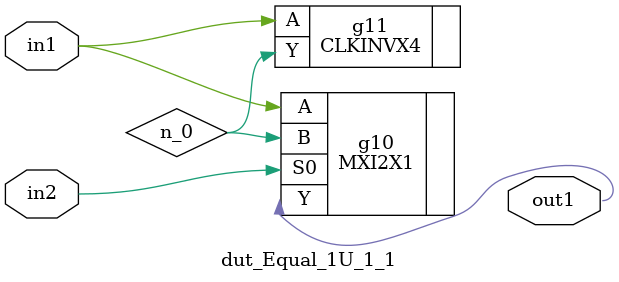
<source format=v>
`timescale 1ps / 1ps


module dut_Equal_1U_1_1(in2, in1, out1);
  input in2, in1;
  output out1;
  wire in2, in1;
  wire out1;
  wire n_0;
  MXI2X1 g10(.A (in1), .B (n_0), .S0 (in2), .Y (out1));
  CLKINVX4 g11(.A (in1), .Y (n_0));
endmodule



</source>
